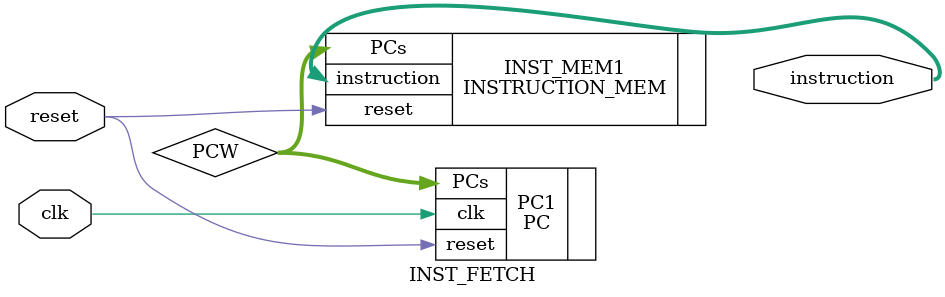
<source format=v>
module INST_FETCH(input clk, reset, output [31:0] instruction);

wire [31:0] PCW;

INSTRUCTION_MEM INST_MEM1(.reset(reset),.PCs(PCW),.instruction(instruction));

PC PC1(.clk(clk),.reset(reset),.PCs(PCW));

endmodule

</source>
